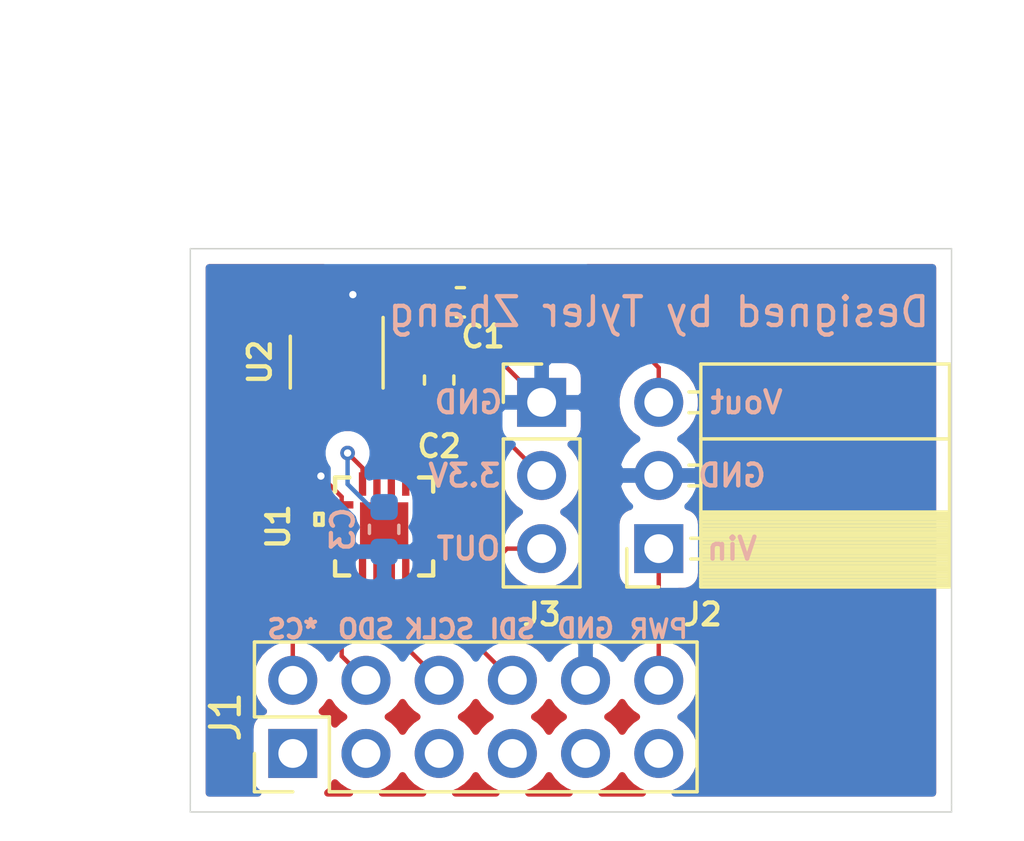
<source format=kicad_pcb>
(kicad_pcb (version 20171130) (host pcbnew "(5.1.9)-1")

  (general
    (thickness 1.6)
    (drawings 19)
    (tracks 65)
    (zones 0)
    (modules 8)
    (nets 26)
  )

  (page A4)
  (layers
    (0 F.Cu signal)
    (31 B.Cu signal)
    (32 B.Adhes user)
    (33 F.Adhes user)
    (34 B.Paste user)
    (35 F.Paste user)
    (36 B.SilkS user)
    (37 F.SilkS user)
    (38 B.Mask user)
    (39 F.Mask user)
    (40 Dwgs.User user)
    (41 Cmts.User user)
    (42 Eco1.User user)
    (43 Eco2.User user)
    (44 Edge.Cuts user)
    (45 Margin user)
    (46 B.CrtYd user)
    (47 F.CrtYd user)
    (48 B.Fab user)
    (49 F.Fab user)
  )

  (setup
    (last_trace_width 0.1524)
    (trace_clearance 0.1524)
    (zone_clearance 0.508)
    (zone_45_only no)
    (trace_min 0.1524)
    (via_size 0.508)
    (via_drill 0.254)
    (via_min_size 0.508)
    (via_min_drill 0.254)
    (uvia_size 0.508)
    (uvia_drill 0.254)
    (uvias_allowed no)
    (uvia_min_size 0)
    (uvia_min_drill 0)
    (edge_width 0.05)
    (segment_width 0.2)
    (pcb_text_width 0.3)
    (pcb_text_size 1.5 1.5)
    (mod_edge_width 0.12)
    (mod_text_size 1 1)
    (mod_text_width 0.15)
    (pad_size 1.524 1.524)
    (pad_drill 0.762)
    (pad_to_mask_clearance 0.0508)
    (aux_axis_origin 0 0)
    (visible_elements 7FFFFFFF)
    (pcbplotparams
      (layerselection 0x010fc_ffffffff)
      (usegerberextensions false)
      (usegerberattributes true)
      (usegerberadvancedattributes true)
      (creategerberjobfile true)
      (excludeedgelayer true)
      (linewidth 0.100000)
      (plotframeref false)
      (viasonmask false)
      (mode 1)
      (useauxorigin false)
      (hpglpennumber 1)
      (hpglpenspeed 20)
      (hpglpendiameter 15.000000)
      (psnegative false)
      (psa4output false)
      (plotreference true)
      (plotvalue true)
      (plotinvisibletext false)
      (padsonsilk false)
      (subtractmaskfromsilk false)
      (outputformat 1)
      (mirror false)
      (drillshape 1)
      (scaleselection 1)
      (outputdirectory ""))
  )

  (net 0 "")
  (net 1 GND)
  (net 2 BOOST_OUT)
  (net 3 3.3_Reg)
  (net 4 "Net-(C3-Pad1)")
  (net 5 SCLK)
  (net 6 SDO)
  (net 7 SDI)
  (net 8 *CS)
  (net 9 FPGA_3.3)
  (net 10 SIGNAL)
  (net 11 "Net-(U1-Pad1)")
  (net 12 "Net-(U1-Pad2)")
  (net 13 "Net-(U1-Pad3)")
  (net 14 "Net-(U1-Pad4)")
  (net 15 "Net-(U1-Pad5)")
  (net 16 "Net-(U1-Pad6)")
  (net 17 "Net-(U1-Pad16)")
  (net 18 "Net-(U1-Pad17)")
  (net 19 "Net-(U2-Pad4)")
  (net 20 "Net-(J1-Pad11)")
  (net 21 "Net-(J1-Pad9)")
  (net 22 "Net-(J1-Pad7)")
  (net 23 "Net-(J1-Pad5)")
  (net 24 "Net-(J1-Pad3)")
  (net 25 "Net-(J1-Pad1)")

  (net_class Default "This is the default net class."
    (clearance 0.1524)
    (trace_width 0.1524)
    (via_dia 0.508)
    (via_drill 0.254)
    (uvia_dia 0.508)
    (uvia_drill 0.254)
    (add_net *CS)
    (add_net 3.3_Reg)
    (add_net BOOST_OUT)
    (add_net FPGA_3.3)
    (add_net GND)
    (add_net "Net-(C3-Pad1)")
    (add_net "Net-(J1-Pad1)")
    (add_net "Net-(J1-Pad11)")
    (add_net "Net-(J1-Pad3)")
    (add_net "Net-(J1-Pad5)")
    (add_net "Net-(J1-Pad7)")
    (add_net "Net-(J1-Pad9)")
    (add_net "Net-(U1-Pad1)")
    (add_net "Net-(U1-Pad16)")
    (add_net "Net-(U1-Pad17)")
    (add_net "Net-(U1-Pad2)")
    (add_net "Net-(U1-Pad3)")
    (add_net "Net-(U1-Pad4)")
    (add_net "Net-(U1-Pad5)")
    (add_net "Net-(U1-Pad6)")
    (add_net "Net-(U2-Pad4)")
    (add_net SCLK)
    (add_net SDI)
    (add_net SDO)
    (add_net SIGNAL)
  )

  (module TLA2518:TLA2518IRTER (layer F.Cu) (tedit 0) (tstamp 605FD41C)
    (at 97.15 70.35 180)
    (path /606075BF)
    (fp_text reference U1 (at 3.678 -0.008 90) (layer F.SilkS)
      (effects (font (size 0.762 0.762) (thickness 0.15)))
    )
    (fp_text value TLA2518IRTER (at -0.508 -3.048 180) (layer F.Fab)
      (effects (font (size 1 1) (thickness 0.15)))
    )
    (fp_line (start -1.5748 -0.3048) (end -0.3048 -1.5748) (layer F.Fab) (width 0.1524))
    (fp_line (start 0.5976 -1.5748) (end 0.9024 -1.5748) (layer F.Fab) (width 0.1524))
    (fp_line (start 0.9024 -1.5748) (end 0.9024 -1.5748) (layer F.Fab) (width 0.1524))
    (fp_line (start 0.9024 -1.5748) (end 0.5976 -1.5748) (layer F.Fab) (width 0.1524))
    (fp_line (start 0.5976 -1.5748) (end 0.5976 -1.5748) (layer F.Fab) (width 0.1524))
    (fp_line (start 0.0976 -1.5748) (end 0.4024 -1.5748) (layer F.Fab) (width 0.1524))
    (fp_line (start 0.4024 -1.5748) (end 0.4024 -1.5748) (layer F.Fab) (width 0.1524))
    (fp_line (start 0.4024 -1.5748) (end 0.0976 -1.5748) (layer F.Fab) (width 0.1524))
    (fp_line (start 0.0976 -1.5748) (end 0.0976 -1.5748) (layer F.Fab) (width 0.1524))
    (fp_line (start -0.4024 -1.5748) (end -0.0976 -1.5748) (layer F.Fab) (width 0.1524))
    (fp_line (start -0.0976 -1.5748) (end -0.0976 -1.5748) (layer F.Fab) (width 0.1524))
    (fp_line (start -0.0976 -1.5748) (end -0.4024 -1.5748) (layer F.Fab) (width 0.1524))
    (fp_line (start -0.4024 -1.5748) (end -0.4024 -1.5748) (layer F.Fab) (width 0.1524))
    (fp_line (start -0.9024 -1.5748) (end -0.5976 -1.5748) (layer F.Fab) (width 0.1524))
    (fp_line (start -0.5976 -1.5748) (end -0.5976 -1.5748) (layer F.Fab) (width 0.1524))
    (fp_line (start -0.5976 -1.5748) (end -0.9024 -1.5748) (layer F.Fab) (width 0.1524))
    (fp_line (start -0.9024 -1.5748) (end -0.9024 -1.5748) (layer F.Fab) (width 0.1524))
    (fp_line (start -1.5748 -0.5976) (end -1.5748 -0.9024) (layer F.Fab) (width 0.1524))
    (fp_line (start -1.5748 -0.9024) (end -1.5748 -0.9024) (layer F.Fab) (width 0.1524))
    (fp_line (start -1.5748 -0.9024) (end -1.5748 -0.5976) (layer F.Fab) (width 0.1524))
    (fp_line (start -1.5748 -0.5976) (end -1.5748 -0.5976) (layer F.Fab) (width 0.1524))
    (fp_line (start -1.5748 -0.0976) (end -1.5748 -0.4024) (layer F.Fab) (width 0.1524))
    (fp_line (start -1.5748 -0.4024) (end -1.5748 -0.4024) (layer F.Fab) (width 0.1524))
    (fp_line (start -1.5748 -0.4024) (end -1.5748 -0.0976) (layer F.Fab) (width 0.1524))
    (fp_line (start -1.5748 -0.0976) (end -1.5748 -0.0976) (layer F.Fab) (width 0.1524))
    (fp_line (start -1.5748 0.4024) (end -1.5748 0.0976) (layer F.Fab) (width 0.1524))
    (fp_line (start -1.5748 0.0976) (end -1.5748 0.0976) (layer F.Fab) (width 0.1524))
    (fp_line (start -1.5748 0.0976) (end -1.5748 0.4024) (layer F.Fab) (width 0.1524))
    (fp_line (start -1.5748 0.4024) (end -1.5748 0.4024) (layer F.Fab) (width 0.1524))
    (fp_line (start -1.5748 0.9024) (end -1.5748 0.5976) (layer F.Fab) (width 0.1524))
    (fp_line (start -1.5748 0.5976) (end -1.5748 0.5976) (layer F.Fab) (width 0.1524))
    (fp_line (start -1.5748 0.5976) (end -1.5748 0.9024) (layer F.Fab) (width 0.1524))
    (fp_line (start -1.5748 0.9024) (end -1.5748 0.9024) (layer F.Fab) (width 0.1524))
    (fp_line (start -0.5976 1.5748) (end -0.9024 1.5748) (layer F.Fab) (width 0.1524))
    (fp_line (start -0.9024 1.5748) (end -0.9024 1.5748) (layer F.Fab) (width 0.1524))
    (fp_line (start -0.9024 1.5748) (end -0.5976 1.5748) (layer F.Fab) (width 0.1524))
    (fp_line (start -0.5976 1.5748) (end -0.5976 1.5748) (layer F.Fab) (width 0.1524))
    (fp_line (start -0.0976 1.5748) (end -0.4024 1.5748) (layer F.Fab) (width 0.1524))
    (fp_line (start -0.4024 1.5748) (end -0.4024 1.5748) (layer F.Fab) (width 0.1524))
    (fp_line (start -0.4024 1.5748) (end -0.0976 1.5748) (layer F.Fab) (width 0.1524))
    (fp_line (start -0.0976 1.5748) (end -0.0976 1.5748) (layer F.Fab) (width 0.1524))
    (fp_line (start 0.4024 1.5748) (end 0.0976 1.5748) (layer F.Fab) (width 0.1524))
    (fp_line (start 0.0976 1.5748) (end 0.0976 1.5748) (layer F.Fab) (width 0.1524))
    (fp_line (start 0.0976 1.5748) (end 0.4024 1.5748) (layer F.Fab) (width 0.1524))
    (fp_line (start 0.4024 1.5748) (end 0.4024 1.5748) (layer F.Fab) (width 0.1524))
    (fp_line (start 0.9024 1.5748) (end 0.5976 1.5748) (layer F.Fab) (width 0.1524))
    (fp_line (start 0.5976 1.5748) (end 0.5976 1.5748) (layer F.Fab) (width 0.1524))
    (fp_line (start 0.5976 1.5748) (end 0.9024 1.5748) (layer F.Fab) (width 0.1524))
    (fp_line (start 0.9024 1.5748) (end 0.9024 1.5748) (layer F.Fab) (width 0.1524))
    (fp_line (start 1.5748 0.5976) (end 1.5748 0.9024) (layer F.Fab) (width 0.1524))
    (fp_line (start 1.5748 0.9024) (end 1.5748 0.9024) (layer F.Fab) (width 0.1524))
    (fp_line (start 1.5748 0.9024) (end 1.5748 0.5976) (layer F.Fab) (width 0.1524))
    (fp_line (start 1.5748 0.5976) (end 1.5748 0.5976) (layer F.Fab) (width 0.1524))
    (fp_line (start 1.5748 0.0976) (end 1.5748 0.4024) (layer F.Fab) (width 0.1524))
    (fp_line (start 1.5748 0.4024) (end 1.5748 0.4024) (layer F.Fab) (width 0.1524))
    (fp_line (start 1.5748 0.4024) (end 1.5748 0.0976) (layer F.Fab) (width 0.1524))
    (fp_line (start 1.5748 0.0976) (end 1.5748 0.0976) (layer F.Fab) (width 0.1524))
    (fp_line (start 1.5748 -0.4024) (end 1.5748 -0.0976) (layer F.Fab) (width 0.1524))
    (fp_line (start 1.5748 -0.0976) (end 1.5748 -0.0976) (layer F.Fab) (width 0.1524))
    (fp_line (start 1.5748 -0.0976) (end 1.5748 -0.4024) (layer F.Fab) (width 0.1524))
    (fp_line (start 1.5748 -0.4024) (end 1.5748 -0.4024) (layer F.Fab) (width 0.1524))
    (fp_line (start 1.5748 -0.9024) (end 1.5748 -0.5976) (layer F.Fab) (width 0.1524))
    (fp_line (start 1.5748 -0.5976) (end 1.5748 -0.5976) (layer F.Fab) (width 0.1524))
    (fp_line (start 1.5748 -0.5976) (end 1.5748 -0.9024) (layer F.Fab) (width 0.1524))
    (fp_line (start 1.5748 -0.9024) (end 1.5748 -0.9024) (layer F.Fab) (width 0.1524))
    (fp_line (start -1.7018 1.7018) (end -1.209741 1.7018) (layer F.SilkS) (width 0.1524))
    (fp_line (start 1.7018 1.7018) (end 1.7018 1.209741) (layer F.SilkS) (width 0.1524))
    (fp_line (start 1.7018 -1.7018) (end 1.209741 -1.7018) (layer F.SilkS) (width 0.1524))
    (fp_line (start -1.7018 -1.7018) (end -1.7018 -1.209741) (layer F.SilkS) (width 0.1524))
    (fp_line (start -1.7018 1.209741) (end -1.7018 1.7018) (layer F.SilkS) (width 0.1524))
    (fp_line (start -1.5748 1.5748) (end 1.5748 1.5748) (layer F.Fab) (width 0.1524))
    (fp_line (start 1.5748 1.5748) (end 1.5748 1.5748) (layer F.Fab) (width 0.1524))
    (fp_line (start 1.5748 1.5748) (end 1.5748 -1.5748) (layer F.Fab) (width 0.1524))
    (fp_line (start 1.5748 -1.5748) (end 1.5748 -1.5748) (layer F.Fab) (width 0.1524))
    (fp_line (start 1.5748 -1.5748) (end -1.5748 -1.5748) (layer F.Fab) (width 0.1524))
    (fp_line (start -1.5748 -1.5748) (end -1.5748 -1.5748) (layer F.Fab) (width 0.1524))
    (fp_line (start -1.5748 -1.5748) (end -1.5748 1.5748) (layer F.Fab) (width 0.1524))
    (fp_line (start -1.5748 1.5748) (end -1.5748 1.5748) (layer F.Fab) (width 0.1524))
    (fp_line (start 1.209741 1.7018) (end 1.7018 1.7018) (layer F.SilkS) (width 0.1524))
    (fp_line (start 1.7018 -1.209741) (end 1.7018 -1.7018) (layer F.SilkS) (width 0.1524))
    (fp_line (start -1.209741 -1.7018) (end -1.7018 -1.7018) (layer F.SilkS) (width 0.1524))
    (fp_line (start 2.3876 0.059499) (end 2.3876 0.4405) (layer F.SilkS) (width 0.1524))
    (fp_line (start 2.3876 0.4405) (end 2.1336 0.4405) (layer F.SilkS) (width 0.1524))
    (fp_line (start 2.1336 0.4405) (end 2.1336 0.059499) (layer F.SilkS) (width 0.1524))
    (fp_line (start 2.1336 0.059499) (end 2.3876 0.059499) (layer F.SilkS) (width 0.1524))
    (fp_line (start -1.8288 1.8288) (end -1.8288 1.131) (layer F.CrtYd) (width 0.1524))
    (fp_line (start -1.8288 1.131) (end -2.1336 1.131) (layer F.CrtYd) (width 0.1524))
    (fp_line (start -2.1336 1.131) (end -2.1336 -1.131) (layer F.CrtYd) (width 0.1524))
    (fp_line (start -2.1336 -1.131) (end -1.8288 -1.131) (layer F.CrtYd) (width 0.1524))
    (fp_line (start -1.8288 -1.131) (end -1.8288 -1.8288) (layer F.CrtYd) (width 0.1524))
    (fp_line (start -1.8288 -1.8288) (end -1.131 -1.8288) (layer F.CrtYd) (width 0.1524))
    (fp_line (start -1.131 -1.8288) (end -1.131 -2.1336) (layer F.CrtYd) (width 0.1524))
    (fp_line (start -1.131 -2.1336) (end 1.131 -2.1336) (layer F.CrtYd) (width 0.1524))
    (fp_line (start 1.131 -2.1336) (end 1.131 -1.8288) (layer F.CrtYd) (width 0.1524))
    (fp_line (start 1.131 -1.8288) (end 1.8288 -1.8288) (layer F.CrtYd) (width 0.1524))
    (fp_line (start 1.8288 -1.8288) (end 1.8288 -1.131) (layer F.CrtYd) (width 0.1524))
    (fp_line (start 1.8288 -1.131) (end 2.1336 -1.131) (layer F.CrtYd) (width 0.1524))
    (fp_line (start 2.1336 -1.131) (end 2.1336 1.131) (layer F.CrtYd) (width 0.1524))
    (fp_line (start 2.1336 1.131) (end 1.8288 1.131) (layer F.CrtYd) (width 0.1524))
    (fp_line (start 1.8288 1.131) (end 1.8288 1.8288) (layer F.CrtYd) (width 0.1524))
    (fp_line (start 1.8288 1.8288) (end 1.131 1.8288) (layer F.CrtYd) (width 0.1524))
    (fp_line (start 1.131 1.8288) (end 1.131 2.1336) (layer F.CrtYd) (width 0.1524))
    (fp_line (start 1.131 2.1336) (end -1.131 2.1336) (layer F.CrtYd) (width 0.1524))
    (fp_line (start -1.131 2.1336) (end -1.131 1.8288) (layer F.CrtYd) (width 0.1524))
    (fp_line (start -1.131 1.8288) (end -1.8288 1.8288) (layer F.CrtYd) (width 0.1524))
    (fp_text user "Copyright 2016 Accelerated Designs. All rights reserved." (at 0 -2.54) (layer Cmts.User)
      (effects (font (size 0.127 0.127) (thickness 0.002)))
    )
    (fp_text user * (at -1.0668 -1) (layer F.Fab)
      (effects (font (size 1 1) (thickness 0.15)))
    )
    (fp_text user * (at -1.0668 -1) (layer F.Fab)
      (effects (font (size 1 1) (thickness 0.15)))
    )
    (pad 1 smd rect (at -1.4732 -0.750001 270) (size 0.254 0.8128) (layers F.Cu F.Paste F.Mask)
      (net 11 "Net-(U1-Pad1)"))
    (pad 2 smd rect (at -1.4732 -0.25 270) (size 0.254 0.8128) (layers F.Cu F.Paste F.Mask)
      (net 12 "Net-(U1-Pad2)"))
    (pad 3 smd rect (at -1.4732 0.25 270) (size 0.254 0.8128) (layers F.Cu F.Paste F.Mask)
      (net 13 "Net-(U1-Pad3)"))
    (pad 4 smd rect (at -1.4732 0.750001 270) (size 0.254 0.8128) (layers F.Cu F.Paste F.Mask)
      (net 14 "Net-(U1-Pad4)"))
    (pad 5 smd rect (at -0.750001 1.4732 180) (size 0.254 0.8128) (layers F.Cu F.Paste F.Mask)
      (net 15 "Net-(U1-Pad5)"))
    (pad 6 smd rect (at -0.25 1.4732 180) (size 0.254 0.8128) (layers F.Cu F.Paste F.Mask)
      (net 16 "Net-(U1-Pad6)"))
    (pad 7 smd rect (at 0.25 1.4732 180) (size 0.254 0.8128) (layers F.Cu F.Paste F.Mask)
      (net 3 3.3_Reg))
    (pad 8 smd rect (at 0.750001 1.4732 180) (size 0.254 0.8128) (layers F.Cu F.Paste F.Mask)
      (net 4 "Net-(C3-Pad1)"))
    (pad 9 smd rect (at 1.4732 0.750001 270) (size 0.254 0.8128) (layers F.Cu F.Paste F.Mask)
      (net 1 GND))
    (pad 10 smd rect (at 1.4732 0.25 270) (size 0.254 0.8128) (layers F.Cu F.Paste F.Mask)
      (net 3 3.3_Reg))
    (pad 11 smd rect (at 1.4732 -0.25 270) (size 0.254 0.8128) (layers F.Cu F.Paste F.Mask)
      (net 8 *CS))
    (pad 12 smd rect (at 1.4732 -0.750001 270) (size 0.254 0.8128) (layers F.Cu F.Paste F.Mask)
      (net 6 SDO))
    (pad 13 smd rect (at 0.750001 -1.4732 180) (size 0.254 0.8128) (layers F.Cu F.Paste F.Mask)
      (net 5 SCLK))
    (pad 14 smd rect (at 0.25 -1.4732 180) (size 0.254 0.8128) (layers F.Cu F.Paste F.Mask)
      (net 7 SDI))
    (pad 15 smd rect (at -0.25 -1.4732 180) (size 0.254 0.8128) (layers F.Cu F.Paste F.Mask)
      (net 10 SIGNAL))
    (pad 16 smd rect (at -0.750001 -1.4732 180) (size 0.254 0.8128) (layers F.Cu F.Paste F.Mask)
      (net 17 "Net-(U1-Pad16)"))
    (pad 17 smd rect (at 0 0 180) (size 1.6764 1.6764) (layers F.Cu F.Paste F.Mask)
      (net 18 "Net-(U1-Pad17)"))
  )

  (module Connector_PinHeader_2.54mm:PinHeader_1x03_P2.54mm_Vertical (layer F.Cu) (tedit 59FED5CC) (tstamp 605EEAAE)
    (at 102.616 66.04)
    (descr "Through hole straight pin header, 1x03, 2.54mm pitch, single row")
    (tags "Through hole pin header THT 1x03 2.54mm single row")
    (path /605FFB2D)
    (fp_text reference J3 (at 0 7.366) (layer F.SilkS)
      (effects (font (size 0.762 0.762) (thickness 0.15)))
    )
    (fp_text value To_Electrode_IO (at 0 0.762 90) (layer F.Fab)
      (effects (font (size 1 1) (thickness 0.15)))
    )
    (fp_line (start -0.635 -1.27) (end 1.27 -1.27) (layer F.Fab) (width 0.1))
    (fp_line (start 1.27 -1.27) (end 1.27 6.35) (layer F.Fab) (width 0.1))
    (fp_line (start 1.27 6.35) (end -1.27 6.35) (layer F.Fab) (width 0.1))
    (fp_line (start -1.27 6.35) (end -1.27 -0.635) (layer F.Fab) (width 0.1))
    (fp_line (start -1.27 -0.635) (end -0.635 -1.27) (layer F.Fab) (width 0.1))
    (fp_line (start -1.33 6.41) (end 1.33 6.41) (layer F.SilkS) (width 0.12))
    (fp_line (start -1.33 1.27) (end -1.33 6.41) (layer F.SilkS) (width 0.12))
    (fp_line (start 1.33 1.27) (end 1.33 6.41) (layer F.SilkS) (width 0.12))
    (fp_line (start -1.33 1.27) (end 1.33 1.27) (layer F.SilkS) (width 0.12))
    (fp_line (start -1.33 0) (end -1.33 -1.33) (layer F.SilkS) (width 0.12))
    (fp_line (start -1.33 -1.33) (end 0 -1.33) (layer F.SilkS) (width 0.12))
    (fp_line (start -1.8 -1.8) (end -1.8 6.85) (layer F.CrtYd) (width 0.05))
    (fp_line (start -1.8 6.85) (end 1.8 6.85) (layer F.CrtYd) (width 0.05))
    (fp_line (start 1.8 6.85) (end 1.8 -1.8) (layer F.CrtYd) (width 0.05))
    (fp_line (start 1.8 -1.8) (end -1.8 -1.8) (layer F.CrtYd) (width 0.05))
    (pad 3 thru_hole oval (at 0 5.08) (size 1.7 1.7) (drill 1) (layers *.Cu *.Mask)
      (net 10 SIGNAL))
    (pad 2 thru_hole oval (at 0 2.54) (size 1.7 1.7) (drill 1) (layers *.Cu *.Mask)
      (net 3 3.3_Reg))
    (pad 1 thru_hole rect (at 0 0) (size 1.7 1.7) (drill 1) (layers *.Cu *.Mask)
      (net 1 GND))
    (model ${KISYS3DMOD}/Connector_PinHeader_2.54mm.3dshapes/PinHeader_1x03_P2.54mm_Vertical.wrl
      (at (xyz 0 0 0))
      (scale (xyz 1 1 1))
      (rotate (xyz 0 0 0))
    )
  )

  (module Connector_PinSocket_2.54mm:PinSocket_1x03_P2.54mm_Horizontal (layer F.Cu) (tedit 5A19A429) (tstamp 605EEA6E)
    (at 106.68 71.12 180)
    (descr "Through hole angled socket strip, 1x03, 2.54mm pitch, 8.51mm socket length, single row (from Kicad 4.0.7), script generated")
    (tags "Through hole angled socket strip THT 1x03 2.54mm single row")
    (path /605EAE3B)
    (fp_text reference J2 (at -1.524 -2.286) (layer F.SilkS)
      (effects (font (size 0.762 0.762) (thickness 0.15)))
    )
    (fp_text value To_Boost_Converter (at -5.334 2.286) (layer F.Fab)
      (effects (font (size 1 1) (thickness 0.15)))
    )
    (fp_line (start -10.03 -1.27) (end -2.49 -1.27) (layer F.Fab) (width 0.1))
    (fp_line (start -2.49 -1.27) (end -1.52 -0.3) (layer F.Fab) (width 0.1))
    (fp_line (start -1.52 -0.3) (end -1.52 6.35) (layer F.Fab) (width 0.1))
    (fp_line (start -1.52 6.35) (end -10.03 6.35) (layer F.Fab) (width 0.1))
    (fp_line (start -10.03 6.35) (end -10.03 -1.27) (layer F.Fab) (width 0.1))
    (fp_line (start 0 -0.3) (end -1.52 -0.3) (layer F.Fab) (width 0.1))
    (fp_line (start -1.52 0.3) (end 0 0.3) (layer F.Fab) (width 0.1))
    (fp_line (start 0 0.3) (end 0 -0.3) (layer F.Fab) (width 0.1))
    (fp_line (start 0 2.24) (end -1.52 2.24) (layer F.Fab) (width 0.1))
    (fp_line (start -1.52 2.84) (end 0 2.84) (layer F.Fab) (width 0.1))
    (fp_line (start 0 2.84) (end 0 2.24) (layer F.Fab) (width 0.1))
    (fp_line (start 0 4.78) (end -1.52 4.78) (layer F.Fab) (width 0.1))
    (fp_line (start -1.52 5.38) (end 0 5.38) (layer F.Fab) (width 0.1))
    (fp_line (start 0 5.38) (end 0 4.78) (layer F.Fab) (width 0.1))
    (fp_line (start -10.09 -1.21) (end -1.46 -1.21) (layer F.SilkS) (width 0.12))
    (fp_line (start -10.09 -1.091905) (end -1.46 -1.091905) (layer F.SilkS) (width 0.12))
    (fp_line (start -10.09 -0.97381) (end -1.46 -0.97381) (layer F.SilkS) (width 0.12))
    (fp_line (start -10.09 -0.855715) (end -1.46 -0.855715) (layer F.SilkS) (width 0.12))
    (fp_line (start -10.09 -0.73762) (end -1.46 -0.73762) (layer F.SilkS) (width 0.12))
    (fp_line (start -10.09 -0.619525) (end -1.46 -0.619525) (layer F.SilkS) (width 0.12))
    (fp_line (start -10.09 -0.50143) (end -1.46 -0.50143) (layer F.SilkS) (width 0.12))
    (fp_line (start -10.09 -0.383335) (end -1.46 -0.383335) (layer F.SilkS) (width 0.12))
    (fp_line (start -10.09 -0.26524) (end -1.46 -0.26524) (layer F.SilkS) (width 0.12))
    (fp_line (start -10.09 -0.147145) (end -1.46 -0.147145) (layer F.SilkS) (width 0.12))
    (fp_line (start -10.09 -0.02905) (end -1.46 -0.02905) (layer F.SilkS) (width 0.12))
    (fp_line (start -10.09 0.089045) (end -1.46 0.089045) (layer F.SilkS) (width 0.12))
    (fp_line (start -10.09 0.20714) (end -1.46 0.20714) (layer F.SilkS) (width 0.12))
    (fp_line (start -10.09 0.325235) (end -1.46 0.325235) (layer F.SilkS) (width 0.12))
    (fp_line (start -10.09 0.44333) (end -1.46 0.44333) (layer F.SilkS) (width 0.12))
    (fp_line (start -10.09 0.561425) (end -1.46 0.561425) (layer F.SilkS) (width 0.12))
    (fp_line (start -10.09 0.67952) (end -1.46 0.67952) (layer F.SilkS) (width 0.12))
    (fp_line (start -10.09 0.797615) (end -1.46 0.797615) (layer F.SilkS) (width 0.12))
    (fp_line (start -10.09 0.91571) (end -1.46 0.91571) (layer F.SilkS) (width 0.12))
    (fp_line (start -10.09 1.033805) (end -1.46 1.033805) (layer F.SilkS) (width 0.12))
    (fp_line (start -10.09 1.1519) (end -1.46 1.1519) (layer F.SilkS) (width 0.12))
    (fp_line (start -1.46 -0.36) (end -1.11 -0.36) (layer F.SilkS) (width 0.12))
    (fp_line (start -1.46 0.36) (end -1.11 0.36) (layer F.SilkS) (width 0.12))
    (fp_line (start -1.46 2.18) (end -1.05 2.18) (layer F.SilkS) (width 0.12))
    (fp_line (start -1.46 2.9) (end -1.05 2.9) (layer F.SilkS) (width 0.12))
    (fp_line (start -1.46 4.72) (end -1.05 4.72) (layer F.SilkS) (width 0.12))
    (fp_line (start -1.46 5.44) (end -1.05 5.44) (layer F.SilkS) (width 0.12))
    (fp_line (start -10.09 1.27) (end -1.46 1.27) (layer F.SilkS) (width 0.12))
    (fp_line (start -10.09 3.81) (end -1.46 3.81) (layer F.SilkS) (width 0.12))
    (fp_line (start -10.09 -1.33) (end -1.46 -1.33) (layer F.SilkS) (width 0.12))
    (fp_line (start -1.46 -1.33) (end -1.46 6.41) (layer F.SilkS) (width 0.12))
    (fp_line (start -10.09 6.41) (end -1.46 6.41) (layer F.SilkS) (width 0.12))
    (fp_line (start -10.09 -1.33) (end -10.09 6.41) (layer F.SilkS) (width 0.12))
    (fp_line (start 1.11 -1.33) (end 1.11 0) (layer F.SilkS) (width 0.12))
    (fp_line (start 0 -1.33) (end 1.11 -1.33) (layer F.SilkS) (width 0.12))
    (fp_line (start 1.75 -1.8) (end -10.55 -1.8) (layer F.CrtYd) (width 0.05))
    (fp_line (start -10.55 -1.8) (end -10.55 6.85) (layer F.CrtYd) (width 0.05))
    (fp_line (start -10.55 6.85) (end 1.75 6.85) (layer F.CrtYd) (width 0.05))
    (fp_line (start 1.75 6.85) (end 1.75 -1.8) (layer F.CrtYd) (width 0.05))
    (fp_text user %R (at -5.775 2.54) (layer F.Fab)
      (effects (font (size 1 1) (thickness 0.15)))
    )
    (pad 1 thru_hole rect (at 0 0 180) (size 1.7 1.7) (drill 1) (layers *.Cu *.Mask)
      (net 9 FPGA_3.3))
    (pad 2 thru_hole oval (at 0 2.54 180) (size 1.7 1.7) (drill 1) (layers *.Cu *.Mask)
      (net 1 GND))
    (pad 3 thru_hole oval (at 0 5.08 180) (size 1.7 1.7) (drill 1) (layers *.Cu *.Mask)
      (net 2 BOOST_OUT))
    (model ${KISYS3DMOD}/Connector_PinSocket_2.54mm.3dshapes/PinSocket_1x03_P2.54mm_Horizontal.wrl
      (at (xyz 0 0 0))
      (scale (xyz 1 1 1))
      (rotate (xyz 0 0 0))
    )
  )

  (module Capacitor_SMD:C_0603_1608Metric (layer F.Cu) (tedit 5F68FEEE) (tstamp 605EE9ED)
    (at 99.796 62.568 180)
    (descr "Capacitor SMD 0603 (1608 Metric), square (rectangular) end terminal, IPC_7351 nominal, (Body size source: IPC-SM-782 page 76, https://www.pcb-3d.com/wordpress/wp-content/uploads/ipc-sm-782a_amendment_1_and_2.pdf), generated with kicad-footprint-generator")
    (tags capacitor)
    (path /605F6A1E)
    (attr smd)
    (fp_text reference C1 (at -0.788 -1.186) (layer F.SilkS)
      (effects (font (size 0.762 0.762) (thickness 0.15)))
    )
    (fp_text value 1u (at 0 1.43) (layer F.Fab)
      (effects (font (size 1 1) (thickness 0.15)))
    )
    (fp_line (start -0.8 0.4) (end -0.8 -0.4) (layer F.Fab) (width 0.1))
    (fp_line (start -0.8 -0.4) (end 0.8 -0.4) (layer F.Fab) (width 0.1))
    (fp_line (start 0.8 -0.4) (end 0.8 0.4) (layer F.Fab) (width 0.1))
    (fp_line (start 0.8 0.4) (end -0.8 0.4) (layer F.Fab) (width 0.1))
    (fp_line (start -0.14058 -0.51) (end 0.14058 -0.51) (layer F.SilkS) (width 0.12))
    (fp_line (start -0.14058 0.51) (end 0.14058 0.51) (layer F.SilkS) (width 0.12))
    (fp_line (start -1.48 0.73) (end -1.48 -0.73) (layer F.CrtYd) (width 0.05))
    (fp_line (start -1.48 -0.73) (end 1.48 -0.73) (layer F.CrtYd) (width 0.05))
    (fp_line (start 1.48 -0.73) (end 1.48 0.73) (layer F.CrtYd) (width 0.05))
    (fp_line (start 1.48 0.73) (end -1.48 0.73) (layer F.CrtYd) (width 0.05))
    (fp_text user %R (at 0 0) (layer F.Fab)
      (effects (font (size 0.4 0.4) (thickness 0.06)))
    )
    (pad 1 smd roundrect (at -0.775 0 180) (size 0.9 0.95) (layers F.Cu F.Paste F.Mask) (roundrect_rratio 0.25)
      (net 1 GND))
    (pad 2 smd roundrect (at 0.775 0 180) (size 0.9 0.95) (layers F.Cu F.Paste F.Mask) (roundrect_rratio 0.25)
      (net 2 BOOST_OUT))
    (model ${KISYS3DMOD}/Capacitor_SMD.3dshapes/C_0603_1608Metric.wrl
      (at (xyz 0 0 0))
      (scale (xyz 1 1 1))
      (rotate (xyz 0 0 0))
    )
  )

  (module Capacitor_SMD:C_0603_1608Metric (layer F.Cu) (tedit 5F68FEEE) (tstamp 605EE9FE)
    (at 99.06 65.265 270)
    (descr "Capacitor SMD 0603 (1608 Metric), square (rectangular) end terminal, IPC_7351 nominal, (Body size source: IPC-SM-782 page 76, https://www.pcb-3d.com/wordpress/wp-content/uploads/ipc-sm-782a_amendment_1_and_2.pdf), generated with kicad-footprint-generator")
    (tags capacitor)
    (path /605FA729)
    (attr smd)
    (fp_text reference C2 (at 2.299 0 180) (layer F.SilkS)
      (effects (font (size 0.762 0.762) (thickness 0.15)))
    )
    (fp_text value 1u (at 0 1.43 90) (layer F.Fab)
      (effects (font (size 1 1) (thickness 0.15)))
    )
    (fp_line (start 1.48 0.73) (end -1.48 0.73) (layer F.CrtYd) (width 0.05))
    (fp_line (start 1.48 -0.73) (end 1.48 0.73) (layer F.CrtYd) (width 0.05))
    (fp_line (start -1.48 -0.73) (end 1.48 -0.73) (layer F.CrtYd) (width 0.05))
    (fp_line (start -1.48 0.73) (end -1.48 -0.73) (layer F.CrtYd) (width 0.05))
    (fp_line (start -0.14058 0.51) (end 0.14058 0.51) (layer F.SilkS) (width 0.12))
    (fp_line (start -0.14058 -0.51) (end 0.14058 -0.51) (layer F.SilkS) (width 0.12))
    (fp_line (start 0.8 0.4) (end -0.8 0.4) (layer F.Fab) (width 0.1))
    (fp_line (start 0.8 -0.4) (end 0.8 0.4) (layer F.Fab) (width 0.1))
    (fp_line (start -0.8 -0.4) (end 0.8 -0.4) (layer F.Fab) (width 0.1))
    (fp_line (start -0.8 0.4) (end -0.8 -0.4) (layer F.Fab) (width 0.1))
    (fp_text user %R (at 0 0 90) (layer F.Fab)
      (effects (font (size 0.4 0.4) (thickness 0.06)))
    )
    (pad 2 smd roundrect (at 0.775 0 270) (size 0.9 0.95) (layers F.Cu F.Paste F.Mask) (roundrect_rratio 0.25)
      (net 3 3.3_Reg))
    (pad 1 smd roundrect (at -0.775 0 270) (size 0.9 0.95) (layers F.Cu F.Paste F.Mask) (roundrect_rratio 0.25)
      (net 1 GND))
    (model ${KISYS3DMOD}/Capacitor_SMD.3dshapes/C_0603_1608Metric.wrl
      (at (xyz 0 0 0))
      (scale (xyz 1 1 1))
      (rotate (xyz 0 0 0))
    )
  )

  (module Capacitor_SMD:C_0603_1608Metric (layer B.Cu) (tedit 5F68FEEE) (tstamp 605FA4CF)
    (at 97.15 70.45 270)
    (descr "Capacitor SMD 0603 (1608 Metric), square (rectangular) end terminal, IPC_7351 nominal, (Body size source: IPC-SM-782 page 76, https://www.pcb-3d.com/wordpress/wp-content/uploads/ipc-sm-782a_amendment_1_and_2.pdf), generated with kicad-footprint-generator")
    (tags capacitor)
    (path /60639257)
    (attr smd)
    (fp_text reference C3 (at 0 1.43 270) (layer B.SilkS)
      (effects (font (size 0.762 0.762) (thickness 0.15)) (justify mirror))
    )
    (fp_text value 1u (at 0 -1.43 270) (layer B.Fab)
      (effects (font (size 1 1) (thickness 0.15)) (justify mirror))
    )
    (fp_line (start -0.8 -0.4) (end -0.8 0.4) (layer B.Fab) (width 0.1))
    (fp_line (start -0.8 0.4) (end 0.8 0.4) (layer B.Fab) (width 0.1))
    (fp_line (start 0.8 0.4) (end 0.8 -0.4) (layer B.Fab) (width 0.1))
    (fp_line (start 0.8 -0.4) (end -0.8 -0.4) (layer B.Fab) (width 0.1))
    (fp_line (start -0.14058 0.51) (end 0.14058 0.51) (layer B.SilkS) (width 0.12))
    (fp_line (start -0.14058 -0.51) (end 0.14058 -0.51) (layer B.SilkS) (width 0.12))
    (fp_line (start -1.48 -0.73) (end -1.48 0.73) (layer B.CrtYd) (width 0.05))
    (fp_line (start -1.48 0.73) (end 1.48 0.73) (layer B.CrtYd) (width 0.05))
    (fp_line (start 1.48 0.73) (end 1.48 -0.73) (layer B.CrtYd) (width 0.05))
    (fp_line (start 1.48 -0.73) (end -1.48 -0.73) (layer B.CrtYd) (width 0.05))
    (fp_text user %R (at 0 0 270) (layer B.Fab)
      (effects (font (size 0.4 0.4) (thickness 0.06)) (justify mirror))
    )
    (pad 1 smd roundrect (at -0.775 0 270) (size 0.9 0.95) (layers B.Cu B.Paste B.Mask) (roundrect_rratio 0.25)
      (net 4 "Net-(C3-Pad1)"))
    (pad 2 smd roundrect (at 0.775 0 270) (size 0.9 0.95) (layers B.Cu B.Paste B.Mask) (roundrect_rratio 0.25)
      (net 1 GND))
    (model ${KISYS3DMOD}/Capacitor_SMD.3dshapes/C_0603_1608Metric.wrl
      (at (xyz 0 0 0))
      (scale (xyz 1 1 1))
      (rotate (xyz 0 0 0))
    )
  )

  (module Connector_PinHeader_2.54mm:PinHeader_2x06_P2.54mm_Vertical (layer F.Cu) (tedit 59FED5CC) (tstamp 605FB7E7)
    (at 93.98 78.232 90)
    (descr "Through hole straight pin header, 2x06, 2.54mm pitch, double rows")
    (tags "Through hole pin header THT 2x06 2.54mm double row")
    (path /6061E485)
    (fp_text reference J1 (at 1.27 -2.33 90) (layer F.SilkS)
      (effects (font (size 1 1) (thickness 0.15)))
    )
    (fp_text value To_FPGA (at 1.27 6.348 180) (layer F.Fab)
      (effects (font (size 1 1) (thickness 0.15)))
    )
    (fp_line (start 4.35 -1.8) (end -1.8 -1.8) (layer F.CrtYd) (width 0.05))
    (fp_line (start 4.35 14.5) (end 4.35 -1.8) (layer F.CrtYd) (width 0.05))
    (fp_line (start -1.8 14.5) (end 4.35 14.5) (layer F.CrtYd) (width 0.05))
    (fp_line (start -1.8 -1.8) (end -1.8 14.5) (layer F.CrtYd) (width 0.05))
    (fp_line (start -1.33 -1.33) (end 0 -1.33) (layer F.SilkS) (width 0.12))
    (fp_line (start -1.33 0) (end -1.33 -1.33) (layer F.SilkS) (width 0.12))
    (fp_line (start 1.27 -1.33) (end 3.87 -1.33) (layer F.SilkS) (width 0.12))
    (fp_line (start 1.27 1.27) (end 1.27 -1.33) (layer F.SilkS) (width 0.12))
    (fp_line (start -1.33 1.27) (end 1.27 1.27) (layer F.SilkS) (width 0.12))
    (fp_line (start 3.87 -1.33) (end 3.87 14.03) (layer F.SilkS) (width 0.12))
    (fp_line (start -1.33 1.27) (end -1.33 14.03) (layer F.SilkS) (width 0.12))
    (fp_line (start -1.33 14.03) (end 3.87 14.03) (layer F.SilkS) (width 0.12))
    (fp_line (start -1.27 0) (end 0 -1.27) (layer F.Fab) (width 0.1))
    (fp_line (start -1.27 13.97) (end -1.27 0) (layer F.Fab) (width 0.1))
    (fp_line (start 3.81 13.97) (end -1.27 13.97) (layer F.Fab) (width 0.1))
    (fp_line (start 3.81 -1.27) (end 3.81 13.97) (layer F.Fab) (width 0.1))
    (fp_line (start 0 -1.27) (end 3.81 -1.27) (layer F.Fab) (width 0.1))
    (fp_text user %R (at 1.27 6.35) (layer F.Fab)
      (effects (font (size 1 1) (thickness 0.15)))
    )
    (pad 12 thru_hole oval (at 2.54 12.7 90) (size 1.7 1.7) (drill 1) (layers *.Cu *.Mask)
      (net 9 FPGA_3.3))
    (pad 11 thru_hole oval (at 0 12.7 90) (size 1.7 1.7) (drill 1) (layers *.Cu *.Mask)
      (net 20 "Net-(J1-Pad11)"))
    (pad 10 thru_hole oval (at 2.54 10.16 90) (size 1.7 1.7) (drill 1) (layers *.Cu *.Mask)
      (net 1 GND))
    (pad 9 thru_hole oval (at 0 10.16 90) (size 1.7 1.7) (drill 1) (layers *.Cu *.Mask)
      (net 21 "Net-(J1-Pad9)"))
    (pad 8 thru_hole oval (at 2.54 7.62 90) (size 1.7 1.7) (drill 1) (layers *.Cu *.Mask)
      (net 7 SDI))
    (pad 7 thru_hole oval (at 0 7.62 90) (size 1.7 1.7) (drill 1) (layers *.Cu *.Mask)
      (net 22 "Net-(J1-Pad7)"))
    (pad 6 thru_hole oval (at 2.54 5.08 90) (size 1.7 1.7) (drill 1) (layers *.Cu *.Mask)
      (net 5 SCLK))
    (pad 5 thru_hole oval (at 0 5.08 90) (size 1.7 1.7) (drill 1) (layers *.Cu *.Mask)
      (net 23 "Net-(J1-Pad5)"))
    (pad 4 thru_hole oval (at 2.54 2.54 90) (size 1.7 1.7) (drill 1) (layers *.Cu *.Mask)
      (net 6 SDO))
    (pad 3 thru_hole oval (at 0 2.54 90) (size 1.7 1.7) (drill 1) (layers *.Cu *.Mask)
      (net 24 "Net-(J1-Pad3)"))
    (pad 2 thru_hole oval (at 2.54 0 90) (size 1.7 1.7) (drill 1) (layers *.Cu *.Mask)
      (net 8 *CS))
    (pad 1 thru_hole rect (at 0 0 90) (size 1.7 1.7) (drill 1) (layers *.Cu *.Mask)
      (net 25 "Net-(J1-Pad1)"))
    (model ${KISYS3DMOD}/Connector_PinHeader_2.54mm.3dshapes/PinHeader_2x06_P2.54mm_Vertical.wrl
      (at (xyz 0 0 0))
      (scale (xyz 1 1 1))
      (rotate (xyz 0 0 0))
    )
  )

  (module Package_TO_SOT_SMD:SOT-23-5 (layer F.Cu) (tedit 5A02FF57) (tstamp 605EEB4D)
    (at 95.504 64.643 270)
    (descr "5-pin SOT23 package")
    (tags SOT-23-5)
    (path /605F0A28)
    (attr smd)
    (fp_text reference U2 (at 0 2.667 90) (layer F.SilkS)
      (effects (font (size 0.762 0.762) (thickness 0.15)))
    )
    (fp_text value AP2112K-3.3 (at 0 2.9 90) (layer F.Fab)
      (effects (font (size 1 1) (thickness 0.15)))
    )
    (fp_line (start -0.9 1.61) (end 0.9 1.61) (layer F.SilkS) (width 0.12))
    (fp_line (start 0.9 -1.61) (end -1.55 -1.61) (layer F.SilkS) (width 0.12))
    (fp_line (start -1.9 -1.8) (end 1.9 -1.8) (layer F.CrtYd) (width 0.05))
    (fp_line (start 1.9 -1.8) (end 1.9 1.8) (layer F.CrtYd) (width 0.05))
    (fp_line (start 1.9 1.8) (end -1.9 1.8) (layer F.CrtYd) (width 0.05))
    (fp_line (start -1.9 1.8) (end -1.9 -1.8) (layer F.CrtYd) (width 0.05))
    (fp_line (start -0.9 -0.9) (end -0.25 -1.55) (layer F.Fab) (width 0.1))
    (fp_line (start 0.9 -1.55) (end -0.25 -1.55) (layer F.Fab) (width 0.1))
    (fp_line (start -0.9 -0.9) (end -0.9 1.55) (layer F.Fab) (width 0.1))
    (fp_line (start 0.9 1.55) (end -0.9 1.55) (layer F.Fab) (width 0.1))
    (fp_line (start 0.9 -1.55) (end 0.9 1.55) (layer F.Fab) (width 0.1))
    (fp_text user %R (at 0 0) (layer F.Fab)
      (effects (font (size 0.5 0.5) (thickness 0.075)))
    )
    (pad 1 smd rect (at -1.1 -0.95 270) (size 1.06 0.65) (layers F.Cu F.Paste F.Mask)
      (net 2 BOOST_OUT))
    (pad 2 smd rect (at -1.1 0 270) (size 1.06 0.65) (layers F.Cu F.Paste F.Mask)
      (net 1 GND))
    (pad 3 smd rect (at -1.1 0.95 270) (size 1.06 0.65) (layers F.Cu F.Paste F.Mask)
      (net 2 BOOST_OUT))
    (pad 4 smd rect (at 1.1 0.95 270) (size 1.06 0.65) (layers F.Cu F.Paste F.Mask)
      (net 19 "Net-(U2-Pad4)"))
    (pad 5 smd rect (at 1.1 -0.95 270) (size 1.06 0.65) (layers F.Cu F.Paste F.Mask)
      (net 3 3.3_Reg))
    (model ${KISYS3DMOD}/Package_TO_SOT_SMD.3dshapes/SOT-23-5.wrl
      (at (xyz 0 0 0))
      (scale (xyz 1 1 1))
      (rotate (xyz 0 0 0))
    )
  )

  (gr_text *CS (at 93.98 73.914) (layer B.SilkS)
    (effects (font (size 0.635 0.635) (thickness 0.15)) (justify mirror))
  )
  (gr_text SDO (at 96.52 73.914) (layer B.SilkS)
    (effects (font (size 0.635 0.635) (thickness 0.15)) (justify mirror))
  )
  (gr_text SCLK (at 99.06 73.914) (layer B.SilkS)
    (effects (font (size 0.635 0.635) (thickness 0.15)) (justify mirror))
  )
  (gr_text SDI (at 101.6 73.914) (layer B.SilkS)
    (effects (font (size 0.635 0.635) (thickness 0.15)) (justify mirror))
  )
  (gr_text GND (at 104.14 73.8886) (layer B.SilkS) (tstamp 606138F4)
    (effects (font (size 0.635 0.635) (thickness 0.15)) (justify mirror))
  )
  (gr_text PWR (at 106.68 73.914) (layer B.SilkS)
    (effects (font (size 0.635 0.635) (thickness 0.127)) (justify mirror))
  )
  (gr_text Vin (at 109.22 71.12) (layer B.SilkS)
    (effects (font (size 0.762 0.762) (thickness 0.15)) (justify mirror))
  )
  (gr_text GND (at 109.22 68.58) (layer B.SilkS)
    (effects (font (size 0.762 0.762) (thickness 0.15)) (justify mirror))
  )
  (gr_text Vout (at 109.728 66.04) (layer B.SilkS)
    (effects (font (size 0.762 0.762) (thickness 0.15)) (justify mirror))
  )
  (gr_text OUT (at 100.076 71.12) (layer B.SilkS)
    (effects (font (size 0.762 0.762) (thickness 0.15)) (justify mirror))
  )
  (gr_text 3.3V (at 99.9363 68.58762) (layer B.SilkS)
    (effects (font (size 0.762 0.762) (thickness 0.15)) (justify mirror))
  )
  (gr_text GND (at 100.076 66.04) (layer B.SilkS)
    (effects (font (size 0.762 0.762) (thickness 0.15)) (justify mirror))
  )
  (gr_text "Designed by Tyler Zhang" (at 106.68 62.9) (layer B.SilkS)
    (effects (font (size 1 1) (thickness 0.15)) (justify mirror))
  )
  (gr_line (start 90.424 80.264) (end 90.424 80.01) (layer Edge.Cuts) (width 0.05) (tstamp 606012CB))
  (gr_line (start 116.84 80.01) (end 116.84 80.264) (layer Edge.Cuts) (width 0.05) (tstamp 606012CA))
  (gr_line (start 116.84 80.264) (end 90.424 80.264) (layer Edge.Cuts) (width 0.05) (tstamp 606012C7))
  (gr_line (start 90.424 60.706) (end 116.84 60.706) (layer Edge.Cuts) (width 0.05) (tstamp 606012C2))
  (gr_line (start 116.84 60.706) (end 116.84 80.01) (layer Edge.Cuts) (width 0.05) (tstamp 605FAAFB))
  (gr_line (start 90.424 80.01) (end 90.424 60.706) (layer Edge.Cuts) (width 0.05))

  (segment (start 101.066 64.49) (end 102.616 66.04) (width 0.1524) (layer F.Cu) (net 1))
  (segment (start 99.06 64.49) (end 101.066 64.49) (width 0.1524) (layer F.Cu) (net 1))
  (segment (start 95.6768 69.320599) (end 94.956201 68.6) (width 0.1524) (layer F.Cu) (net 1))
  (segment (start 95.6768 69.599999) (end 95.6768 69.320599) (width 0.1524) (layer F.Cu) (net 1))
  (segment (start 94.956201 68.6) (end 94.956201 68.6) (width 0.1524) (layer F.Cu) (net 1) (tstamp 605FA8FE))
  (via (at 94.956201 68.6) (size 0.508) (drill 0.254) (layers F.Cu B.Cu) (net 1))
  (segment (start 102.616 65.0376) (end 102.616 66.04) (width 0.1524) (layer F.Cu) (net 1))
  (segment (start 101.021 62.568) (end 102.616 64.163) (width 0.1524) (layer F.Cu) (net 1))
  (segment (start 102.616 64.163) (end 102.616 65.0376) (width 0.1524) (layer F.Cu) (net 1))
  (segment (start 100.571 62.568) (end 101.021 62.568) (width 0.1524) (layer F.Cu) (net 1))
  (segment (start 95.504 62.8606) (end 96.0646 62.3) (width 0.1524) (layer F.Cu) (net 1))
  (segment (start 95.504 63.543) (end 95.504 62.8606) (width 0.1524) (layer F.Cu) (net 1))
  (segment (start 96.0646 62.3) (end 96.0646 62.3) (width 0.1524) (layer F.Cu) (net 1) (tstamp 605FA9E5))
  (via (at 96.0646 62.3) (size 0.508) (drill 0.254) (layers F.Cu B.Cu) (net 1))
  (segment (start 106.68 64.837919) (end 103.242081 61.4) (width 0.1524) (layer F.Cu) (net 2))
  (segment (start 106.68 66.04) (end 106.68 64.837919) (width 0.1524) (layer F.Cu) (net 2))
  (segment (start 99.714 61.4) (end 99.021 62.093) (width 0.1524) (layer F.Cu) (net 2))
  (segment (start 103.242081 61.4) (end 99.714 61.4) (width 0.1524) (layer F.Cu) (net 2))
  (segment (start 96.454 62.8606) (end 96.7466 62.568) (width 0.1524) (layer F.Cu) (net 2))
  (segment (start 98.571 62.568) (end 99.021 62.568) (width 0.1524) (layer F.Cu) (net 2))
  (segment (start 96.7466 62.568) (end 98.571 62.568) (width 0.1524) (layer F.Cu) (net 2))
  (segment (start 96.454 63.543) (end 96.454 62.8606) (width 0.1524) (layer F.Cu) (net 2))
  (segment (start 98.745399 61.817399) (end 99.021 62.093) (width 0.1524) (layer F.Cu) (net 2))
  (segment (start 94.554 62.8606) (end 95.597201 61.817399) (width 0.1524) (layer F.Cu) (net 2))
  (segment (start 99.021 62.093) (end 99.021 62.568) (width 0.1524) (layer F.Cu) (net 2))
  (segment (start 95.597201 61.817399) (end 98.745399 61.817399) (width 0.1524) (layer F.Cu) (net 2))
  (segment (start 94.554 63.543) (end 94.554 62.8606) (width 0.1524) (layer F.Cu) (net 2))
  (segment (start 100.076 66.04) (end 102.616 68.58) (width 0.1524) (layer F.Cu) (net 3))
  (segment (start 99.06 66.04) (end 100.076 66.04) (width 0.1524) (layer F.Cu) (net 3))
  (segment (start 98.763 65.743) (end 99.06 66.04) (width 0.1524) (layer F.Cu) (net 3))
  (segment (start 96.454 65.743) (end 98.763 65.743) (width 0.1524) (layer F.Cu) (net 3))
  (segment (start 96.9 68.318) (end 96.9 68.8768) (width 0.1524) (layer F.Cu) (net 3))
  (segment (start 96.9 66.8714) (end 96.9 68.318) (width 0.1524) (layer F.Cu) (net 3))
  (segment (start 96.454 66.4254) (end 96.9 66.8714) (width 0.1524) (layer F.Cu) (net 3))
  (segment (start 96.454 65.743) (end 96.454 66.4254) (width 0.1524) (layer F.Cu) (net 3))
  (segment (start 95.118 70.1) (end 95.6768 70.1) (width 0.1524) (layer F.Cu) (net 3))
  (segment (start 94.4736 69.4556) (end 95.118 70.1) (width 0.1524) (layer F.Cu) (net 3))
  (segment (start 94.4736 67.246) (end 94.4736 69.4556) (width 0.1524) (layer F.Cu) (net 3))
  (segment (start 95.9766 65.743) (end 94.4736 67.246) (width 0.1524) (layer F.Cu) (net 3))
  (segment (start 96.454 65.743) (end 95.9766 65.743) (width 0.1524) (layer F.Cu) (net 3))
  (segment (start 96.399999 68.318) (end 95.881999 67.8) (width 0.1524) (layer F.Cu) (net 4))
  (segment (start 96.399999 68.8768) (end 96.399999 68.318) (width 0.1524) (layer F.Cu) (net 4))
  (segment (start 95.881999 67.8) (end 95.881999 67.8) (width 0.1524) (layer F.Cu) (net 4) (tstamp 605FA8F0))
  (via (at 95.881999 67.8) (size 0.508) (drill 0.254) (layers F.Cu B.Cu) (net 4))
  (segment (start 96.675 69.675) (end 97.15 69.675) (width 0.1524) (layer B.Cu) (net 4))
  (segment (start 95.881999 68.881999) (end 96.675 69.675) (width 0.1524) (layer B.Cu) (net 4))
  (segment (start 95.881999 67.8) (end 95.881999 68.881999) (width 0.1524) (layer B.Cu) (net 4))
  (segment (start 96.399999 73.031999) (end 96.399999 71.8232) (width 0.1524) (layer F.Cu) (net 5))
  (segment (start 99.06 75.692) (end 96.399999 73.031999) (width 0.1524) (layer F.Cu) (net 5))
  (segment (start 95.6768 74.8488) (end 96.52 75.692) (width 0.1524) (layer F.Cu) (net 6))
  (segment (start 95.6768 71.100001) (end 95.6768 74.8488) (width 0.1524) (layer F.Cu) (net 6))
  (segment (start 96.9 72.382) (end 96.9 71.8232) (width 0.1524) (layer F.Cu) (net 7))
  (segment (start 97.572809 73.054809) (end 96.9 72.382) (width 0.1524) (layer F.Cu) (net 7))
  (segment (start 101.6 75.692) (end 98.962809 73.054809) (width 0.1524) (layer F.Cu) (net 7))
  (segment (start 98.962809 73.054809) (end 97.572809 73.054809) (width 0.1524) (layer F.Cu) (net 7))
  (segment (start 95.118 70.6) (end 95.6768 70.6) (width 0.1524) (layer F.Cu) (net 8))
  (segment (start 93.98 71.738) (end 95.118 70.6) (width 0.1524) (layer F.Cu) (net 8))
  (segment (start 93.98 75.692) (end 93.98 71.738) (width 0.1524) (layer F.Cu) (net 8))
  (segment (start 106.68 72.1224) (end 106.68 75.692) (width 0.1524) (layer F.Cu) (net 9))
  (segment (start 106.68 71.12) (end 106.68 72.1224) (width 0.1524) (layer F.Cu) (net 9))
  (segment (start 101.413919 71.12) (end 99.783919 72.75) (width 0.1524) (layer F.Cu) (net 10))
  (segment (start 102.616 71.12) (end 101.413919 71.12) (width 0.1524) (layer F.Cu) (net 10))
  (segment (start 97.768 72.75) (end 97.4 72.382) (width 0.1524) (layer F.Cu) (net 10))
  (segment (start 97.4 72.382) (end 97.4 71.8232) (width 0.1524) (layer F.Cu) (net 10))
  (segment (start 99.783919 72.75) (end 97.768 72.75) (width 0.1524) (layer F.Cu) (net 10))

  (zone (net 0) (net_name "") (layer F.Cu) (tstamp 0) (hatch edge 0.508)
    (connect_pads (clearance 0.508))
    (min_thickness 0.254)
    (fill yes (arc_segments 32) (thermal_gap 0.508) (thermal_bridge_width 0.508))
    (polygon
      (pts
        (xy 117.475 80.645) (xy 84.455 80.645) (xy 84.455 52.705) (xy 117.475 52.705)
      )
    )
    (filled_polygon
      (pts
        (xy 95.573368 79.385475) (xy 95.816589 79.54799) (xy 95.95181 79.604) (xy 95.194896 79.604) (xy 95.281185 79.533185)
        (xy 95.360537 79.436494) (xy 95.419502 79.32618) (xy 95.441513 79.25362)
      )
    )
    (filled_polygon
      (pts
        (xy 97.906525 79.178632) (xy 98.113368 79.385475) (xy 98.356589 79.54799) (xy 98.49181 79.604) (xy 97.08819 79.604)
        (xy 97.223411 79.54799) (xy 97.466632 79.385475) (xy 97.673475 79.178632) (xy 97.79 79.00424)
      )
    )
    (filled_polygon
      (pts
        (xy 100.446525 79.178632) (xy 100.653368 79.385475) (xy 100.896589 79.54799) (xy 101.03181 79.604) (xy 99.62819 79.604)
        (xy 99.763411 79.54799) (xy 100.006632 79.385475) (xy 100.213475 79.178632) (xy 100.33 79.00424)
      )
    )
    (filled_polygon
      (pts
        (xy 102.986525 79.178632) (xy 103.193368 79.385475) (xy 103.436589 79.54799) (xy 103.57181 79.604) (xy 102.16819 79.604)
        (xy 102.303411 79.54799) (xy 102.546632 79.385475) (xy 102.753475 79.178632) (xy 102.87 79.00424)
      )
    )
    (filled_polygon
      (pts
        (xy 105.526525 79.178632) (xy 105.733368 79.385475) (xy 105.976589 79.54799) (xy 106.11181 79.604) (xy 104.70819 79.604)
        (xy 104.843411 79.54799) (xy 105.086632 79.385475) (xy 105.293475 79.178632) (xy 105.41 79.00424)
      )
    )
    (filled_polygon
      (pts
        (xy 116.180001 79.604) (xy 107.24819 79.604) (xy 107.383411 79.54799) (xy 107.626632 79.385475) (xy 107.833475 79.178632)
        (xy 107.99599 78.935411) (xy 108.107932 78.665158) (xy 108.165 78.37826) (xy 108.165 78.08574) (xy 108.107932 77.798842)
        (xy 107.99599 77.528589) (xy 107.833475 77.285368) (xy 107.626632 77.078525) (xy 107.45224 76.962) (xy 107.626632 76.845475)
        (xy 107.833475 76.638632) (xy 107.99599 76.395411) (xy 108.107932 76.125158) (xy 108.165 75.83826) (xy 108.165 75.54574)
        (xy 108.107932 75.258842) (xy 107.99599 74.988589) (xy 107.833475 74.745368) (xy 107.626632 74.538525) (xy 107.3912 74.381214)
        (xy 107.3912 72.608072) (xy 107.53 72.608072) (xy 107.654482 72.595812) (xy 107.77418 72.559502) (xy 107.884494 72.500537)
        (xy 107.981185 72.421185) (xy 108.060537 72.324494) (xy 108.119502 72.21418) (xy 108.155812 72.094482) (xy 108.168072 71.97)
        (xy 108.168072 70.27) (xy 108.155812 70.145518) (xy 108.119502 70.02582) (xy 108.060537 69.915506) (xy 107.981185 69.818815)
        (xy 107.884494 69.739463) (xy 107.77418 69.680498) (xy 107.70162 69.658487) (xy 107.833475 69.526632) (xy 107.99599 69.283411)
        (xy 108.107932 69.013158) (xy 108.165 68.72626) (xy 108.165 68.43374) (xy 108.107932 68.146842) (xy 107.99599 67.876589)
        (xy 107.833475 67.633368) (xy 107.626632 67.426525) (xy 107.45224 67.31) (xy 107.626632 67.193475) (xy 107.833475 66.986632)
        (xy 107.99599 66.743411) (xy 108.107932 66.473158) (xy 108.165 66.18626) (xy 108.165 65.89374) (xy 108.107932 65.606842)
        (xy 107.99599 65.336589) (xy 107.833475 65.093368) (xy 107.626632 64.886525) (xy 107.383422 64.724018) (xy 107.380909 64.698499)
        (xy 107.371756 64.668327) (xy 107.340242 64.564437) (xy 107.274202 64.440886) (xy 107.207598 64.359728) (xy 107.207593 64.359723)
        (xy 107.185327 64.332592) (xy 107.158196 64.310326) (xy 104.213868 61.366) (xy 116.18 61.366)
      )
    )
    (filled_polygon
      (pts
        (xy 94.07581 62.333003) (xy 94.048674 62.355273) (xy 94.026404 62.382409) (xy 94.026403 62.38241) (xy 93.995289 62.420322)
        (xy 93.98482 62.423498) (xy 93.874506 62.482463) (xy 93.777815 62.561815) (xy 93.698463 62.658506) (xy 93.639498 62.76882)
        (xy 93.603188 62.888518) (xy 93.590928 63.013) (xy 93.590928 64.073) (xy 93.603188 64.197482) (xy 93.639498 64.31718)
        (xy 93.698463 64.427494) (xy 93.777815 64.524185) (xy 93.874506 64.603537) (xy 93.948335 64.643) (xy 93.874506 64.682463)
        (xy 93.777815 64.761815) (xy 93.698463 64.858506) (xy 93.639498 64.96882) (xy 93.603188 65.088518) (xy 93.590928 65.213)
        (xy 93.590928 66.273) (xy 93.603188 66.397482) (xy 93.639498 66.51718) (xy 93.698463 66.627494) (xy 93.777815 66.724185)
        (xy 93.874506 66.803537) (xy 93.903822 66.819207) (xy 93.879398 66.848968) (xy 93.813358 66.97252) (xy 93.772691 67.106581)
        (xy 93.7624 67.211065) (xy 93.7624 67.211074) (xy 93.75896 67.246) (xy 93.7624 67.280926) (xy 93.762401 69.420664)
        (xy 93.75896 69.4556) (xy 93.762401 69.490536) (xy 93.772692 69.59502) (xy 93.802131 69.692068) (xy 93.813359 69.729081)
        (xy 93.879398 69.852632) (xy 93.914981 69.89599) (xy 93.968274 69.960927) (xy 93.995409 69.983197) (xy 94.362212 70.35)
        (xy 93.50181 71.210403) (xy 93.474674 71.232673) (xy 93.452404 71.259809) (xy 93.452403 71.25981) (xy 93.385798 71.340968)
        (xy 93.336938 71.43238) (xy 93.319759 71.464519) (xy 93.279092 71.59858) (xy 93.276458 71.625327) (xy 93.26536 71.738)
        (xy 93.268801 71.772936) (xy 93.2688 74.381214) (xy 93.033368 74.538525) (xy 92.826525 74.745368) (xy 92.66401 74.988589)
        (xy 92.552068 75.258842) (xy 92.495 75.54574) (xy 92.495 75.83826) (xy 92.552068 76.125158) (xy 92.66401 76.395411)
        (xy 92.826525 76.638632) (xy 92.95838 76.770487) (xy 92.88582 76.792498) (xy 92.775506 76.851463) (xy 92.678815 76.930815)
        (xy 92.599463 77.027506) (xy 92.540498 77.13782) (xy 92.504188 77.257518) (xy 92.491928 77.382) (xy 92.491928 79.082)
        (xy 92.504188 79.206482) (xy 92.540498 79.32618) (xy 92.599463 79.436494) (xy 92.678815 79.533185) (xy 92.765104 79.604)
        (xy 91.084 79.604) (xy 91.084 61.366) (xy 95.042812 61.366)
      )
    )
    (filled_polygon
      (pts
        (xy 102.986525 76.638632) (xy 103.193368 76.845475) (xy 103.36776 76.962) (xy 103.193368 77.078525) (xy 102.986525 77.285368)
        (xy 102.87 77.45976) (xy 102.753475 77.285368) (xy 102.546632 77.078525) (xy 102.37224 76.962) (xy 102.546632 76.845475)
        (xy 102.753475 76.638632) (xy 102.87 76.46424)
      )
    )
    (filled_polygon
      (pts
        (xy 105.526525 76.638632) (xy 105.733368 76.845475) (xy 105.90776 76.962) (xy 105.733368 77.078525) (xy 105.526525 77.285368)
        (xy 105.41 77.45976) (xy 105.293475 77.285368) (xy 105.086632 77.078525) (xy 104.91224 76.962) (xy 105.086632 76.845475)
        (xy 105.293475 76.638632) (xy 105.41 76.46424)
      )
    )
    (filled_polygon
      (pts
        (xy 100.446525 76.638632) (xy 100.653368 76.845475) (xy 100.82776 76.962) (xy 100.653368 77.078525) (xy 100.446525 77.285368)
        (xy 100.33 77.45976) (xy 100.213475 77.285368) (xy 100.006632 77.078525) (xy 99.83224 76.962) (xy 100.006632 76.845475)
        (xy 100.213475 76.638632) (xy 100.33 76.46424)
      )
    )
    (filled_polygon
      (pts
        (xy 97.906525 76.638632) (xy 98.113368 76.845475) (xy 98.28776 76.962) (xy 98.113368 77.078525) (xy 97.906525 77.285368)
        (xy 97.79 77.45976) (xy 97.673475 77.285368) (xy 97.466632 77.078525) (xy 97.29224 76.962) (xy 97.466632 76.845475)
        (xy 97.673475 76.638632) (xy 97.79 76.46424)
      )
    )
    (filled_polygon
      (pts
        (xy 95.366525 76.638632) (xy 95.573368 76.845475) (xy 95.74776 76.962) (xy 95.573368 77.078525) (xy 95.441513 77.21038)
        (xy 95.419502 77.13782) (xy 95.360537 77.027506) (xy 95.281185 76.930815) (xy 95.184494 76.851463) (xy 95.07418 76.792498)
        (xy 95.00162 76.770487) (xy 95.133475 76.638632) (xy 95.25 76.46424)
      )
    )
    (filled_polygon
      (pts
        (xy 105.728093 64.8918) (xy 105.526525 65.093368) (xy 105.36401 65.336589) (xy 105.252068 65.606842) (xy 105.195 65.89374)
        (xy 105.195 66.18626) (xy 105.252068 66.473158) (xy 105.36401 66.743411) (xy 105.526525 66.986632) (xy 105.733368 67.193475)
        (xy 105.90776 67.31) (xy 105.733368 67.426525) (xy 105.526525 67.633368) (xy 105.36401 67.876589) (xy 105.252068 68.146842)
        (xy 105.195 68.43374) (xy 105.195 68.72626) (xy 105.252068 69.013158) (xy 105.36401 69.283411) (xy 105.526525 69.526632)
        (xy 105.65838 69.658487) (xy 105.58582 69.680498) (xy 105.475506 69.739463) (xy 105.378815 69.818815) (xy 105.299463 69.915506)
        (xy 105.240498 70.02582) (xy 105.204188 70.145518) (xy 105.191928 70.27) (xy 105.191928 71.97) (xy 105.204188 72.094482)
        (xy 105.240498 72.21418) (xy 105.299463 72.324494) (xy 105.378815 72.421185) (xy 105.475506 72.500537) (xy 105.58582 72.559502)
        (xy 105.705518 72.595812) (xy 105.83 72.608072) (xy 105.9688 72.608072) (xy 105.968801 74.381214) (xy 105.733368 74.538525)
        (xy 105.526525 74.745368) (xy 105.41 74.91976) (xy 105.293475 74.745368) (xy 105.086632 74.538525) (xy 104.843411 74.37601)
        (xy 104.573158 74.264068) (xy 104.28626 74.207) (xy 103.99374 74.207) (xy 103.706842 74.264068) (xy 103.436589 74.37601)
        (xy 103.193368 74.538525) (xy 102.986525 74.745368) (xy 102.87 74.91976) (xy 102.753475 74.745368) (xy 102.546632 74.538525)
        (xy 102.303411 74.37601) (xy 102.033158 74.264068) (xy 101.74626 74.207) (xy 101.45374 74.207) (xy 101.176029 74.262241)
        (xy 100.223264 73.309477) (xy 100.289246 73.255327) (xy 100.311521 73.228185) (xy 101.4678 72.071907) (xy 101.669368 72.273475)
        (xy 101.912589 72.43599) (xy 102.182842 72.547932) (xy 102.46974 72.605) (xy 102.76226 72.605) (xy 103.049158 72.547932)
        (xy 103.319411 72.43599) (xy 103.562632 72.273475) (xy 103.769475 72.066632) (xy 103.93199 71.823411) (xy 104.043932 71.553158)
        (xy 104.101 71.26626) (xy 104.101 70.97374) (xy 104.043932 70.686842) (xy 103.93199 70.416589) (xy 103.769475 70.173368)
        (xy 103.562632 69.966525) (xy 103.38824 69.85) (xy 103.562632 69.733475) (xy 103.769475 69.526632) (xy 103.93199 69.283411)
        (xy 104.043932 69.013158) (xy 104.101 68.72626) (xy 104.101 68.43374) (xy 104.043932 68.146842) (xy 103.93199 67.876589)
        (xy 103.769475 67.633368) (xy 103.63762 67.501513) (xy 103.71018 67.479502) (xy 103.820494 67.420537) (xy 103.917185 67.341185)
        (xy 103.996537 67.244494) (xy 104.055502 67.13418) (xy 104.091812 67.014482) (xy 104.104072 66.89) (xy 104.104072 65.19)
        (xy 104.091812 65.065518) (xy 104.055502 64.94582) (xy 103.996537 64.835506) (xy 103.917185 64.738815) (xy 103.820494 64.659463)
        (xy 103.71018 64.600498) (xy 103.590482 64.564188) (xy 103.466 64.551928) (xy 103.3272 64.551928) (xy 103.3272 64.197928)
        (xy 103.33064 64.163) (xy 103.3272 64.128071) (xy 103.3272 64.128064) (xy 103.316909 64.02358) (xy 103.278147 63.895798)
        (xy 103.276242 63.889518) (xy 103.210202 63.765967) (xy 103.143598 63.684809) (xy 103.143588 63.684799) (xy 103.121326 63.657673)
        (xy 103.094201 63.635412) (xy 101.646211 62.187424) (xy 101.642488 62.149623) (xy 101.630833 62.1112) (xy 102.947494 62.1112)
      )
    )
    (filled_polygon
      (pts
        (xy 94.9656 71.784101) (xy 94.965601 74.577494) (xy 94.926632 74.538525) (xy 94.6912 74.381214) (xy 94.6912 72.032587)
        (xy 94.948713 71.775074)
      )
    )
    (filled_polygon
      (pts
        (xy 99.109212 74.207) (xy 98.91374 74.207) (xy 98.636029 74.262241) (xy 98.139797 73.766009) (xy 98.668222 73.766009)
      )
    )
    (filled_polygon
      (pts
        (xy 96.569212 74.207) (xy 96.388 74.207) (xy 96.388 74.025787)
      )
    )
    (filled_polygon
      (pts
        (xy 98.012625 66.595283) (xy 98.092382 66.744497) (xy 98.199716 66.875284) (xy 98.330503 66.982618) (xy 98.479717 67.062375)
        (xy 98.641623 67.111488) (xy 98.81 67.128072) (xy 99.31 67.128072) (xy 99.478377 67.111488) (xy 99.640283 67.062375)
        (xy 99.789497 66.982618) (xy 99.912162 66.881949) (xy 101.186241 68.156029) (xy 101.131 68.43374) (xy 101.131 68.72626)
        (xy 101.188068 69.013158) (xy 101.30001 69.283411) (xy 101.462525 69.526632) (xy 101.669368 69.733475) (xy 101.84376 69.85)
        (xy 101.669368 69.966525) (xy 101.462525 70.173368) (xy 101.300018 70.416578) (xy 101.274499 70.419091) (xy 101.140438 70.459758)
        (xy 101.016886 70.525798) (xy 100.908592 70.614673) (xy 100.886322 70.641809) (xy 99.489332 72.0388) (xy 98.665073 72.0388)
        (xy 98.665073 71.865073) (xy 99.0296 71.865073) (xy 99.154082 71.852813) (xy 99.27378 71.816503) (xy 99.384094 71.757538)
        (xy 99.480785 71.678186) (xy 99.560137 71.581495) (xy 99.619102 71.471181) (xy 99.655412 71.351483) (xy 99.667672 71.227001)
        (xy 99.667672 70.973001) (xy 99.655558 70.85) (xy 99.667672 70.727) (xy 99.667672 70.473) (xy 99.655558 70.35)
        (xy 99.667672 70.227) (xy 99.667672 69.973) (xy 99.655558 69.85) (xy 99.667672 69.726999) (xy 99.667672 69.472999)
        (xy 99.655412 69.348517) (xy 99.619102 69.228819) (xy 99.560137 69.118505) (xy 99.480785 69.021814) (xy 99.384094 68.942462)
        (xy 99.27378 68.883497) (xy 99.154082 68.847187) (xy 99.0296 68.834927) (xy 98.665073 68.834927) (xy 98.665073 68.4704)
        (xy 98.652813 68.345918) (xy 98.616503 68.22622) (xy 98.557538 68.115906) (xy 98.478186 68.019215) (xy 98.381495 67.939863)
        (xy 98.271181 67.880898) (xy 98.151483 67.844588) (xy 98.027001 67.832328) (xy 97.773001 67.832328) (xy 97.650001 67.844442)
        (xy 97.6112 67.840621) (xy 97.6112 66.906325) (xy 97.61464 66.871399) (xy 97.6112 66.836473) (xy 97.6112 66.836464)
        (xy 97.600909 66.73198) (xy 97.560242 66.597919) (xy 97.494202 66.474367) (xy 97.477651 66.4542) (xy 97.969829 66.4542)
      )
    )
    (filled_polygon
      (pts
        (xy 95.88482 66.862502) (xy 95.895289 66.865678) (xy 95.903173 66.875284) (xy 95.932484 66.911) (xy 95.814388 66.911)
        (xy 95.870526 66.854862)
      )
    )
    (filled_polygon
      (pts
        (xy 101.127928 65.557715) (xy 101.127928 66.086141) (xy 100.603602 65.561815) (xy 100.581327 65.534673) (xy 100.473033 65.445798)
        (xy 100.349481 65.379758) (xy 100.21542 65.339091) (xy 100.110936 65.3288) (xy 100.110926 65.3288) (xy 100.076 65.32536)
        (xy 100.041074 65.3288) (xy 100.022117 65.3288) (xy 99.969758 65.265) (xy 100.022117 65.2012) (xy 100.771413 65.2012)
      )
    )
    (filled_polygon
      (pts
        (xy 95.677815 64.761815) (xy 95.598463 64.858506) (xy 95.539498 64.96882) (xy 95.504 65.085841) (xy 95.468502 64.96882)
        (xy 95.409537 64.858506) (xy 95.330185 64.761815) (xy 95.268354 64.711072) (xy 95.739646 64.711072)
      )
    )
    (filled_polygon
      (pts
        (xy 98.078382 63.297497) (xy 98.185716 63.428284) (xy 98.316503 63.535618) (xy 98.334507 63.545242) (xy 98.330503 63.547382)
        (xy 98.199716 63.654716) (xy 98.092382 63.785503) (xy 98.012625 63.934717) (xy 97.963512 64.096623) (xy 97.946928 64.265)
        (xy 97.946928 64.715) (xy 97.963512 64.883377) (xy 98.008535 65.0318) (xy 97.387607 65.0318) (xy 97.368502 64.96882)
        (xy 97.309537 64.858506) (xy 97.230185 64.761815) (xy 97.133494 64.682463) (xy 97.059665 64.643) (xy 97.133494 64.603537)
        (xy 97.230185 64.524185) (xy 97.309537 64.427494) (xy 97.368502 64.31718) (xy 97.404812 64.197482) (xy 97.417072 64.073)
        (xy 97.417072 63.2792) (xy 98.068602 63.2792)
      )
    )
    (filled_polygon
      (pts
        (xy 99.866503 63.535618) (xy 100.015717 63.615375) (xy 100.177623 63.664488) (xy 100.346 63.681072) (xy 100.796 63.681072)
        (xy 100.964377 63.664488) (xy 101.077412 63.6302) (xy 101.249751 63.802539) (xy 101.20542 63.789091) (xy 101.100936 63.7788)
        (xy 101.100926 63.7788) (xy 101.066 63.77536) (xy 101.031074 63.7788) (xy 100.022117 63.7788) (xy 99.920284 63.654716)
        (xy 99.789497 63.547382) (xy 99.742059 63.522026) (xy 99.796 63.477758)
      )
    )
  )
  (zone (net 1) (net_name GND) (layer B.Cu) (tstamp 0) (hatch edge 0.508)
    (connect_pads (clearance 0.508))
    (min_thickness 0.254)
    (fill yes (arc_segments 32) (thermal_gap 0.508) (thermal_bridge_width 0.508))
    (polygon
      (pts
        (xy 118.11 81.28) (xy 83.82 81.28) (xy 83.82 52.07) (xy 118.11 52.07)
      )
    )
    (filled_polygon
      (pts
        (xy 116.180001 79.604) (xy 107.24819 79.604) (xy 107.383411 79.54799) (xy 107.626632 79.385475) (xy 107.833475 79.178632)
        (xy 107.99599 78.935411) (xy 108.107932 78.665158) (xy 108.165 78.37826) (xy 108.165 78.08574) (xy 108.107932 77.798842)
        (xy 107.99599 77.528589) (xy 107.833475 77.285368) (xy 107.626632 77.078525) (xy 107.45224 76.962) (xy 107.626632 76.845475)
        (xy 107.833475 76.638632) (xy 107.99599 76.395411) (xy 108.107932 76.125158) (xy 108.165 75.83826) (xy 108.165 75.54574)
        (xy 108.107932 75.258842) (xy 107.99599 74.988589) (xy 107.833475 74.745368) (xy 107.626632 74.538525) (xy 107.383411 74.37601)
        (xy 107.113158 74.264068) (xy 106.82626 74.207) (xy 106.53374 74.207) (xy 106.246842 74.264068) (xy 105.976589 74.37601)
        (xy 105.733368 74.538525) (xy 105.526525 74.745368) (xy 105.404805 74.927534) (xy 105.335178 74.810645) (xy 105.140269 74.594412)
        (xy 104.90692 74.420359) (xy 104.644099 74.295175) (xy 104.49689 74.250524) (xy 104.267 74.371845) (xy 104.267 75.565)
        (xy 104.287 75.565) (xy 104.287 75.819) (xy 104.267 75.819) (xy 104.267 75.839) (xy 104.013 75.839)
        (xy 104.013 75.819) (xy 103.993 75.819) (xy 103.993 75.565) (xy 104.013 75.565) (xy 104.013 74.371845)
        (xy 103.78311 74.250524) (xy 103.635901 74.295175) (xy 103.37308 74.420359) (xy 103.139731 74.594412) (xy 102.944822 74.810645)
        (xy 102.875195 74.927534) (xy 102.753475 74.745368) (xy 102.546632 74.538525) (xy 102.303411 74.37601) (xy 102.033158 74.264068)
        (xy 101.74626 74.207) (xy 101.45374 74.207) (xy 101.166842 74.264068) (xy 100.896589 74.37601) (xy 100.653368 74.538525)
        (xy 100.446525 74.745368) (xy 100.33 74.91976) (xy 100.213475 74.745368) (xy 100.006632 74.538525) (xy 99.763411 74.37601)
        (xy 99.493158 74.264068) (xy 99.20626 74.207) (xy 98.91374 74.207) (xy 98.626842 74.264068) (xy 98.356589 74.37601)
        (xy 98.113368 74.538525) (xy 97.906525 74.745368) (xy 97.79 74.91976) (xy 97.673475 74.745368) (xy 97.466632 74.538525)
        (xy 97.223411 74.37601) (xy 96.953158 74.264068) (xy 96.66626 74.207) (xy 96.37374 74.207) (xy 96.086842 74.264068)
        (xy 95.816589 74.37601) (xy 95.573368 74.538525) (xy 95.366525 74.745368) (xy 95.25 74.91976) (xy 95.133475 74.745368)
        (xy 94.926632 74.538525) (xy 94.683411 74.37601) (xy 94.413158 74.264068) (xy 94.12626 74.207) (xy 93.83374 74.207)
        (xy 93.546842 74.264068) (xy 93.276589 74.37601) (xy 93.033368 74.538525) (xy 92.826525 74.745368) (xy 92.66401 74.988589)
        (xy 92.552068 75.258842) (xy 92.495 75.54574) (xy 92.495 75.83826) (xy 92.552068 76.125158) (xy 92.66401 76.395411)
        (xy 92.826525 76.638632) (xy 92.95838 76.770487) (xy 92.88582 76.792498) (xy 92.775506 76.851463) (xy 92.678815 76.930815)
        (xy 92.599463 77.027506) (xy 92.540498 77.13782) (xy 92.504188 77.257518) (xy 92.491928 77.382) (xy 92.491928 79.082)
        (xy 92.504188 79.206482) (xy 92.540498 79.32618) (xy 92.599463 79.436494) (xy 92.678815 79.533185) (xy 92.765104 79.604)
        (xy 91.084 79.604) (xy 91.084 71.675) (xy 96.036928 71.675) (xy 96.049188 71.799482) (xy 96.085498 71.91918)
        (xy 96.144463 72.029494) (xy 96.223815 72.126185) (xy 96.320506 72.205537) (xy 96.43082 72.264502) (xy 96.550518 72.300812)
        (xy 96.675 72.313072) (xy 96.86425 72.31) (xy 97.023 72.15125) (xy 97.023 71.352) (xy 97.277 71.352)
        (xy 97.277 72.15125) (xy 97.43575 72.31) (xy 97.625 72.313072) (xy 97.749482 72.300812) (xy 97.86918 72.264502)
        (xy 97.979494 72.205537) (xy 98.076185 72.126185) (xy 98.155537 72.029494) (xy 98.214502 71.91918) (xy 98.250812 71.799482)
        (xy 98.263072 71.675) (xy 98.26 71.51075) (xy 98.10125 71.352) (xy 97.277 71.352) (xy 97.023 71.352)
        (xy 96.19875 71.352) (xy 96.04 71.51075) (xy 96.036928 71.675) (xy 91.084 71.675) (xy 91.084 67.712441)
        (xy 94.992999 67.712441) (xy 94.992999 67.887559) (xy 95.027163 68.059312) (xy 95.094178 68.221099) (xy 95.170799 68.335771)
        (xy 95.1708 68.847064) (xy 95.167359 68.881999) (xy 95.1708 68.916935) (xy 95.181091 69.021419) (xy 95.200105 69.084099)
        (xy 95.221758 69.15548) (xy 95.287229 69.277967) (xy 95.287798 69.279032) (xy 95.376673 69.387326) (xy 95.403809 69.409596)
        (xy 96.05252 70.058308) (xy 96.053512 70.068377) (xy 96.102625 70.230283) (xy 96.1807 70.376351) (xy 96.144463 70.420506)
        (xy 96.085498 70.53082) (xy 96.049188 70.650518) (xy 96.036928 70.775) (xy 96.04 70.93925) (xy 96.19875 71.098)
        (xy 97.023 71.098) (xy 97.023 71.078) (xy 97.277 71.078) (xy 97.277 71.098) (xy 98.10125 71.098)
        (xy 98.26 70.93925) (xy 98.263072 70.775) (xy 98.250812 70.650518) (xy 98.214502 70.53082) (xy 98.155537 70.420506)
        (xy 98.1193 70.376351) (xy 98.197375 70.230283) (xy 98.246488 70.068377) (xy 98.263072 69.9) (xy 98.263072 69.45)
        (xy 98.246488 69.281623) (xy 98.197375 69.119717) (xy 98.117618 68.970503) (xy 98.010284 68.839716) (xy 97.879497 68.732382)
        (xy 97.730283 68.652625) (xy 97.568377 68.603512) (xy 97.4 68.586928) (xy 96.9 68.586928) (xy 96.731623 68.603512)
        (xy 96.637769 68.631982) (xy 96.593199 68.587412) (xy 96.593199 68.335771) (xy 96.66982 68.221099) (xy 96.736835 68.059312)
        (xy 96.770999 67.887559) (xy 96.770999 67.712441) (xy 96.736835 67.540688) (xy 96.66982 67.378901) (xy 96.57253 67.233296)
        (xy 96.448703 67.109469) (xy 96.303098 67.012179) (xy 96.141311 66.945164) (xy 95.969558 66.911) (xy 95.79444 66.911)
        (xy 95.622687 66.945164) (xy 95.4609 67.012179) (xy 95.315295 67.109469) (xy 95.191468 67.233296) (xy 95.094178 67.378901)
        (xy 95.027163 67.540688) (xy 94.992999 67.712441) (xy 91.084 67.712441) (xy 91.084 66.89) (xy 101.127928 66.89)
        (xy 101.140188 67.014482) (xy 101.176498 67.13418) (xy 101.235463 67.244494) (xy 101.314815 67.341185) (xy 101.411506 67.420537)
        (xy 101.52182 67.479502) (xy 101.59438 67.501513) (xy 101.462525 67.633368) (xy 101.30001 67.876589) (xy 101.188068 68.146842)
        (xy 101.131 68.43374) (xy 101.131 68.72626) (xy 101.188068 69.013158) (xy 101.30001 69.283411) (xy 101.462525 69.526632)
        (xy 101.669368 69.733475) (xy 101.84376 69.85) (xy 101.669368 69.966525) (xy 101.462525 70.173368) (xy 101.30001 70.416589)
        (xy 101.188068 70.686842) (xy 101.131 70.97374) (xy 101.131 71.26626) (xy 101.188068 71.553158) (xy 101.30001 71.823411)
        (xy 101.462525 72.066632) (xy 101.669368 72.273475) (xy 101.912589 72.43599) (xy 102.182842 72.547932) (xy 102.46974 72.605)
        (xy 102.76226 72.605) (xy 103.049158 72.547932) (xy 103.319411 72.43599) (xy 103.562632 72.273475) (xy 103.769475 72.066632)
        (xy 103.93199 71.823411) (xy 104.043932 71.553158) (xy 104.101 71.26626) (xy 104.101 70.97374) (xy 104.043932 70.686842)
        (xy 103.93199 70.416589) (xy 103.834043 70.27) (xy 105.191928 70.27) (xy 105.191928 71.97) (xy 105.204188 72.094482)
        (xy 105.240498 72.21418) (xy 105.299463 72.324494) (xy 105.378815 72.421185) (xy 105.475506 72.500537) (xy 105.58582 72.559502)
        (xy 105.705518 72.595812) (xy 105.83 72.608072) (xy 107.53 72.608072) (xy 107.654482 72.595812) (xy 107.77418 72.559502)
        (xy 107.884494 72.500537) (xy 107.981185 72.421185) (xy 108.060537 72.324494) (xy 108.119502 72.21418) (xy 108.155812 72.094482)
        (xy 108.168072 71.97) (xy 108.168072 70.27) (xy 108.155812 70.145518) (xy 108.119502 70.02582) (xy 108.060537 69.915506)
        (xy 107.981185 69.818815) (xy 107.884494 69.739463) (xy 107.77418 69.680498) (xy 107.693534 69.656034) (xy 107.777588 69.580269)
        (xy 107.951641 69.34692) (xy 108.076825 69.084099) (xy 108.121476 68.93689) (xy 108.000155 68.707) (xy 106.807 68.707)
        (xy 106.807 68.727) (xy 106.553 68.727) (xy 106.553 68.707) (xy 105.359845 68.707) (xy 105.238524 68.93689)
        (xy 105.283175 69.084099) (xy 105.408359 69.34692) (xy 105.582412 69.580269) (xy 105.666466 69.656034) (xy 105.58582 69.680498)
        (xy 105.475506 69.739463) (xy 105.378815 69.818815) (xy 105.299463 69.915506) (xy 105.240498 70.02582) (xy 105.204188 70.145518)
        (xy 105.191928 70.27) (xy 103.834043 70.27) (xy 103.769475 70.173368) (xy 103.562632 69.966525) (xy 103.38824 69.85)
        (xy 103.562632 69.733475) (xy 103.769475 69.526632) (xy 103.93199 69.283411) (xy 104.043932 69.013158) (xy 104.101 68.72626)
        (xy 104.101 68.43374) (xy 104.043932 68.146842) (xy 103.93199 67.876589) (xy 103.769475 67.633368) (xy 103.63762 67.501513)
        (xy 103.71018 67.479502) (xy 103.820494 67.420537) (xy 103.917185 67.341185) (xy 103.996537 67.244494) (xy 104.055502 67.13418)
        (xy 104.091812 67.014482) (xy 104.104072 66.89) (xy 104.101 66.32575) (xy 103.94225 66.167) (xy 102.743 66.167)
        (xy 102.743 66.187) (xy 102.489 66.187) (xy 102.489 66.167) (xy 101.28975 66.167) (xy 101.131 66.32575)
        (xy 101.127928 66.89) (xy 91.084 66.89) (xy 91.084 65.19) (xy 101.127928 65.19) (xy 101.131 65.75425)
        (xy 101.28975 65.913) (xy 102.489 65.913) (xy 102.489 64.71375) (xy 102.743 64.71375) (xy 102.743 65.913)
        (xy 103.94225 65.913) (xy 103.96151 65.89374) (xy 105.195 65.89374) (xy 105.195 66.18626) (xy 105.252068 66.473158)
        (xy 105.36401 66.743411) (xy 105.526525 66.986632) (xy 105.733368 67.193475) (xy 105.915534 67.315195) (xy 105.798645 67.384822)
        (xy 105.582412 67.579731) (xy 105.408359 67.81308) (xy 105.283175 68.075901) (xy 105.238524 68.22311) (xy 105.359845 68.453)
        (xy 106.553 68.453) (xy 106.553 68.433) (xy 106.807 68.433) (xy 106.807 68.453) (xy 108.000155 68.453)
        (xy 108.121476 68.22311) (xy 108.076825 68.075901) (xy 107.951641 67.81308) (xy 107.777588 67.579731) (xy 107.561355 67.384822)
        (xy 107.444466 67.315195) (xy 107.626632 67.193475) (xy 107.833475 66.986632) (xy 107.99599 66.743411) (xy 108.107932 66.473158)
        (xy 108.165 66.18626) (xy 108.165 65.89374) (xy 108.107932 65.606842) (xy 107.99599 65.336589) (xy 107.833475 65.093368)
        (xy 107.626632 64.886525) (xy 107.383411 64.72401) (xy 107.113158 64.612068) (xy 106.82626 64.555) (xy 106.53374 64.555)
        (xy 106.246842 64.612068) (xy 105.976589 64.72401) (xy 105.733368 64.886525) (xy 105.526525 65.093368) (xy 105.36401 65.336589)
        (xy 105.252068 65.606842) (xy 105.195 65.89374) (xy 103.96151 65.89374) (xy 104.101 65.75425) (xy 104.104072 65.19)
        (xy 104.091812 65.065518) (xy 104.055502 64.94582) (xy 103.996537 64.835506) (xy 103.917185 64.738815) (xy 103.820494 64.659463)
        (xy 103.71018 64.600498) (xy 103.590482 64.564188) (xy 103.466 64.551928) (xy 102.90175 64.555) (xy 102.743 64.71375)
        (xy 102.489 64.71375) (xy 102.33025 64.555) (xy 101.766 64.551928) (xy 101.641518 64.564188) (xy 101.52182 64.600498)
        (xy 101.411506 64.659463) (xy 101.314815 64.738815) (xy 101.235463 64.835506) (xy 101.176498 64.94582) (xy 101.140188 65.065518)
        (xy 101.127928 65.19) (xy 91.084 65.19) (xy 91.084 61.366) (xy 116.18 61.366)
      )
    )
  )
)

</source>
